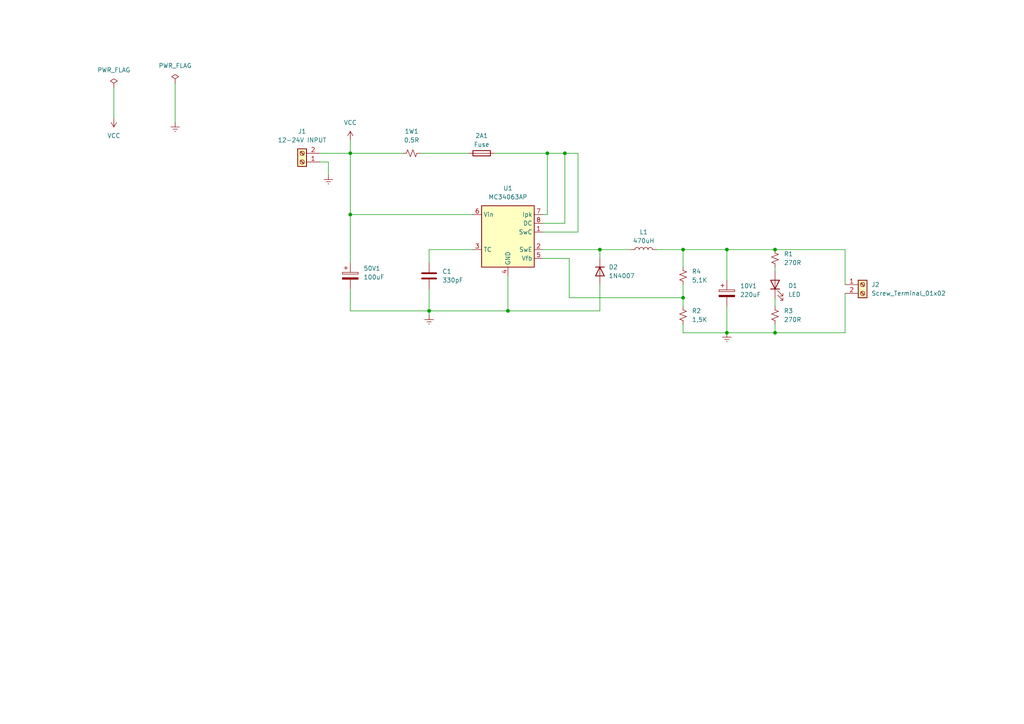
<source format=kicad_sch>
(kicad_sch (version 20230121) (generator eeschema)
  (paper "A4")
  (title_block (title "Phone Charger Module for Car ") (date "12.03.2023 ") (rev "1.0") (company "by Muxtar_Safarov"))
  (lib_symbols
    (symbol "Connector:Screw_Terminal_01x02" (pin_names (offset 1.016) hide)
      (property "Reference" "J" (at 0 2.54 0))
      (property "Value" "Screw_Terminal_01x02" (at 0 -5.08 0))
      (symbol "Screw_Terminal_01x02_1_1"
        (rectangle (start -1.27 1.27) (end 1.27 -3.81) (stroke (width 0.254)) (fill (type background)))
        (circle (center 0 -2.54) (radius 0.635) (stroke (width 0.1524)))
        (polyline (pts (xy -0.5334 -2.2098) (xy 0.3302 -3.048)) (stroke (width 0.1524)))
        (polyline (pts (xy -0.5334 0.3302) (xy 0.3302 -0.508)) (stroke (width 0.1524)))
        (polyline (pts (xy -0.3556 -2.032) (xy 0.508 -2.8702)) (stroke (width 0.1524)))
        (polyline (pts (xy -0.3556 0.508) (xy 0.508 -0.3302)) (stroke (width 0.1524)))
        (circle (center 0 0) (radius 0.635) (stroke (width 0.1524)))
        (pin passive line (at -5.08 0 0) (length 3.81) (name "Pin_1") (number "1"))
        (pin passive line (at -5.08 -2.54 0) (length 3.81) (name "Pin_2") (number "2"))
      )
    )
    (symbol "Device:C" (pin_numbers hide) (pin_names (offset 0.254))
      (property "Reference" "C" (at 0.635 2.54 0))
      (property "Value" "C" (at 0.635 -2.54 0))
      (symbol "C_0_1"
        (polyline (pts (xy -2.032 -0.762) (xy 2.032 -0.762)) (stroke (width 0.508)))
        (polyline (pts (xy -2.032 0.762) (xy 2.032 0.762)) (stroke (width 0.508)))
      )
      (symbol "C_1_1"
        (pin passive line (at 0 3.81 270) (length 2.794) (name "~") (number "1"))
        (pin passive line (at 0 -3.81 90) (length 2.794) (name "~") (number "2"))
      )
    )
    (symbol "Device:C_Polarized" (pin_numbers hide) (pin_names (offset 0.254))
      (property "Reference" "C" (at 0.635 2.54 0))
      (property "Value" "C_Polarized" (at 0.635 -2.54 0))
      (symbol "C_Polarized_0_1"
        (rectangle (start -2.286 0.508) (end 2.286 1.016))
        (polyline (pts (xy -1.778 2.286) (xy -0.762 2.286)))
        (polyline (pts (xy -1.27 2.794) (xy -1.27 1.778)))
        (rectangle (start 2.286 -0.508) (end -2.286 -1.016) (fill (type outline)))
      )
      (symbol "C_Polarized_1_1"
        (pin passive line (at 0 3.81 270) (length 2.794) (name "~") (number "1"))
        (pin passive line (at 0 -3.81 90) (length 2.794) (name "~") (number "2"))
      )
    )
    (symbol "Device:Fuse" (pin_numbers hide) (pin_names (offset 0))
      (property "Reference" "F" (at 2.032 0 90))
      (property "Value" "Fuse" (at -1.905 0 90))
      (symbol "Fuse_0_1"
        (rectangle (start -0.762 -2.54) (end 0.762 2.54) (stroke (width 0.254)))
        (polyline (pts (xy 0 2.54) (xy 0 -2.54)))
      )
      (symbol "Fuse_1_1"
        (pin passive line (at 0 3.81 270) (length 1.27) (name "~") (number "1"))
        (pin passive line (at 0 -3.81 90) (length 1.27) (name "~") (number "2"))
      )
    )
    (symbol "Device:L" (pin_numbers hide) (pin_names (offset 1.016) hide)
      (property "Reference" "L" (at -1.27 0 90))
      (property "Value" "L" (at 1.905 0 90))
      (symbol "L_0_1"
        (arc (start 0 -2.54) (mid 0.6323 -1.905) (end 0 -1.27))
        (arc (start 0 -1.27) (mid 0.6323 -0.635) (end 0 0))
        (arc (start 0 0) (mid 0.6323 0.635) (end 0 1.27))
        (arc (start 0 1.27) (mid 0.6323 1.905) (end 0 2.54))
      )
      (symbol "L_1_1"
        (pin passive line (at 0 3.81 270) (length 1.27) (name "1") (number "1"))
        (pin passive line (at 0 -3.81 90) (length 1.27) (name "2") (number "2"))
      )
    )
    (symbol "Device:LED" (pin_numbers hide) (pin_names (offset 1.016) hide)
      (property "Reference" "D" (at 0 2.54 0))
      (property "Value" "LED" (at 0 -2.54 0))
      (symbol "LED_0_1"
        (polyline (pts (xy -1.27 -1.27) (xy -1.27 1.27)) (stroke (width 0.254)))
        (polyline (pts (xy -1.27 0) (xy 1.27 0)))
        (polyline (pts (xy 1.27 -1.27) (xy 1.27 1.27) (xy -1.27 0) (xy 1.27 -1.27)) (stroke (width 0.254)))
        (polyline (pts (xy -3.048 -0.762) (xy -4.572 -2.286) (xy -3.81 -2.286) (xy -4.572 -2.286) (xy -4.572 -1.524)))
        (polyline (pts (xy -1.778 -0.762) (xy -3.302 -2.286) (xy -2.54 -2.286) (xy -3.302 -2.286) (xy -3.302 -1.524)))
      )
      (symbol "LED_1_1"
        (pin passive line (at -3.81 0 0) (length 2.54) (name "K") (number "1"))
        (pin passive line (at 3.81 0 180) (length 2.54) (name "A") (number "2"))
      )
    )
    (symbol "Device:R_Small_US" (pin_numbers hide) (pin_names (offset 0.254) hide)
      (property "Reference" "R" (at 0.762 0.508 0))
      (property "Value" "R_Small_US" (at 0.762 -1.016 0))
      (symbol "R_Small_US_1_1"
        (polyline (pts (xy 0 0) (xy 1.016 -0.381) (xy 0 -0.762) (xy -1.016 -1.143) (xy 0 -1.524)))
        (polyline (pts (xy 0 1.524) (xy 1.016 1.143) (xy 0 0.762) (xy -1.016 0.381) (xy 0 0)))
        (pin passive line (at 0 2.54 270) (length 1.016) (name "~") (number "1"))
        (pin passive line (at 0 -2.54 90) (length 1.016) (name "~") (number "2"))
      )
    )
    (symbol "Diode:1N4007" (pin_numbers hide) (pin_names hide)
      (property "Reference" "D" (at 0 2.54 0))
      (property "Value" "1N4007" (at 0 -2.54 0))
      (symbol "1N4007_0_1"
        (polyline (pts (xy -1.27 1.27) (xy -1.27 -1.27)) (stroke (width 0.254)))
        (polyline (pts (xy 1.27 0) (xy -1.27 0)))
        (polyline (pts (xy 1.27 1.27) (xy 1.27 -1.27) (xy -1.27 0) (xy 1.27 1.27)) (stroke (width 0.254)))
      )
      (symbol "1N4007_1_1"
        (pin passive line (at -3.81 0 0) (length 2.54) (name "K") (number "1"))
        (pin passive line (at 3.81 0 180) (length 2.54) (name "A") (number "2"))
      )
    )
    (symbol "Regulator_Switching:MC34063AP"
      (property "Reference" "U" (at -7.62 8.89 0))
      (property "Value" "MC34063AP" (at 0 8.89 0))
      (symbol "MC34063AP_0_1"
        (rectangle (start -7.62 7.62) (end 7.62 -10.16) (stroke (width 0.254)) (fill (type background)))
      )
      (symbol "MC34063AP_1_1"
        (pin open_collector line (at 10.16 0 180) (length 2.54) (name "SwC") (number "1"))
        (pin open_emitter line (at 10.16 -5.08 180) (length 2.54) (name "SwE") (number "2"))
        (pin passive line (at -10.16 -5.08 0) (length 2.54) (name "TC") (number "3"))
        (pin power_in line (at 0 -12.7 90) (length 2.54) (name "GND") (number "4"))
        (pin input line (at 10.16 -7.62 180) (length 2.54) (name "Vfb") (number "5"))
        (pin power_in line (at -10.16 5.08 0) (length 2.54) (name "Vin") (number "6"))
        (pin input line (at 10.16 5.08 180) (length 2.54) (name "Ipk") (number "7"))
        (pin open_collector line (at 10.16 2.54 180) (length 2.54) (name "DC") (number "8"))
      )
    )
    (symbol "power:Earth" (power) (pin_names (offset 0))
      (symbol "Earth_0_1"
        (polyline (pts (xy -0.635 -1.905) (xy 0.635 -1.905)))
        (polyline (pts (xy -0.127 -2.54) (xy 0.127 -2.54)))
        (polyline (pts (xy 0 -1.27) (xy 0 0)))
        (polyline (pts (xy 1.27 -1.27) (xy -1.27 -1.27)))
      )
      (symbol "Earth_1_1"
        (pin power_in line (at 0 0 270) (length 0) hide (name "Earth") (number "1"))
      )
    )
    (symbol "power:PWR_FLAG" (power) (pin_numbers hide) (pin_names (offset 0) hide)
      (property "Value" "PWR_FLAG" (at 0 3.81 0))
      (symbol "PWR_FLAG_0_0"
        (pin power_out line (at 0 0 90) (length 0) (name "pwr") (number "1"))
      )
      (symbol "PWR_FLAG_0_1"
        (polyline (pts (xy 0 0) (xy 0 1.27) (xy -1.016 1.905) (xy 0 2.54) (xy 1.016 1.905) (xy 0 1.27)))
      )
    )
    (symbol "power:VCC" (power) (pin_names (offset 0))
      (property "Value" "VCC" (at 0 3.81 0))
      (symbol "VCC_0_1"
        (polyline (pts (xy -0.762 1.27) (xy 0 2.54)))
        (polyline (pts (xy 0 0) (xy 0 2.54)))
        (polyline (pts (xy 0 2.54) (xy 0.762 1.27)))
      )
      (symbol "VCC_1_1"
        (pin power_in line (at 0 0 90) (length 0) hide (name "VCC") (number "1"))
      )
    )
  )
  (junction (at 147.32 90.17))
  (junction (at 101.6 44.45))
  (junction (at 224.79 72.39))
  (junction (at 173.99 72.39))
  (junction (at 210.82 96.52))
  (junction (at 224.79 96.52))
  (junction (at 210.82 72.39))
  (junction (at 198.12 86.36))
  (junction (at 198.12 72.39))
  (junction (at 158.75 44.45))
  (junction (at 101.6 62.23))
  (junction (at 163.83 44.45))
  (junction (at 124.46 90.17))
  (wire (pts (xy 165.1 74.93) (xy 165.1 86.36)))
  (wire (pts (xy 157.48 74.93) (xy 165.1 74.93)))
  (wire (pts (xy 33.02 25.4) (xy 33.02 34.29)))
  (wire (pts (xy 210.82 72.39) (xy 224.79 72.39)))
  (wire (pts (xy 92.71 44.45) (xy 101.6 44.45)))
  (wire (pts (xy 165.1 86.36) (xy 198.12 86.36)))
  (wire (pts (xy 198.12 93.98) (xy 198.12 96.52)))
  (wire (pts (xy 147.32 80.01) (xy 147.32 90.17)))
  (wire (pts (xy 124.46 83.82) (xy 124.46 90.17)))
  (wire (pts (xy 210.82 72.39) (xy 210.82 81.28)))
  (wire (pts (xy 101.6 62.23) (xy 101.6 76.2)))
  (wire (pts (xy 167.64 67.31) (xy 167.64 44.45)))
  (wire (pts (xy 124.46 72.39) (xy 124.46 76.2)))
  (wire (pts (xy 147.32 90.17) (xy 124.46 90.17)))
  (wire (pts (xy 157.48 62.23) (xy 158.75 62.23)))
  (wire (pts (xy 224.79 96.52) (xy 210.82 96.52)))
  (wire (pts (xy 173.99 74.93) (xy 173.99 72.39)))
  (wire (pts (xy 157.48 72.39) (xy 173.99 72.39)))
  (wire (pts (xy 245.11 72.39) (xy 224.79 72.39)))
  (wire (pts (xy 190.5 72.39) (xy 198.12 72.39)))
  (wire (pts (xy 163.83 44.45) (xy 158.75 44.45)))
  (wire (pts (xy 158.75 44.45) (xy 143.51 44.45)))
  (wire (pts (xy 101.6 44.45) (xy 101.6 62.23)))
  (wire (pts (xy 167.64 44.45) (xy 163.83 44.45)))
  (wire (pts (xy 158.75 62.23) (xy 158.75 44.45)))
  (wire (pts (xy 50.8 24.13) (xy 50.8 35.56)))
  (wire (pts (xy 198.12 86.36) (xy 198.12 88.9)))
  (wire (pts (xy 198.12 96.52) (xy 210.82 96.52)))
  (wire (pts (xy 157.48 64.77) (xy 163.83 64.77)))
  (wire (pts (xy 245.11 82.55) (xy 245.11 72.39)))
  (wire (pts (xy 137.16 72.39) (xy 124.46 72.39)))
  (wire (pts (xy 198.12 82.55) (xy 198.12 86.36)))
  (wire (pts (xy 121.92 44.45) (xy 135.89 44.45)))
  (wire (pts (xy 163.83 64.77) (xy 163.83 44.45)))
  (wire (pts (xy 224.79 77.47) (xy 224.79 78.74)))
  (wire (pts (xy 101.6 90.17) (xy 124.46 90.17)))
  (wire (pts (xy 198.12 72.39) (xy 198.12 77.47)))
  (wire (pts (xy 101.6 83.82) (xy 101.6 90.17)))
  (wire (pts (xy 124.46 90.17) (xy 124.46 91.44)))
  (wire (pts (xy 101.6 40.64) (xy 101.6 44.45)))
  (wire (pts (xy 157.48 67.31) (xy 167.64 67.31)))
  (wire (pts (xy 224.79 86.36) (xy 224.79 88.9)))
  (wire (pts (xy 245.11 85.09) (xy 245.11 96.52)))
  (wire (pts (xy 173.99 90.17) (xy 147.32 90.17)))
  (wire (pts (xy 92.71 46.99) (xy 95.25 46.99)))
  (wire (pts (xy 245.11 96.52) (xy 224.79 96.52)))
  (wire (pts (xy 173.99 82.55) (xy 173.99 90.17)))
  (wire (pts (xy 210.82 88.9) (xy 210.82 96.52)))
  (wire (pts (xy 101.6 62.23) (xy 137.16 62.23)))
  (wire (pts (xy 95.25 46.99) (xy 95.25 50.8)))
  (wire (pts (xy 198.12 72.39) (xy 210.82 72.39)))
  (wire (pts (xy 101.6 44.45) (xy 116.84 44.45)))
  (wire (pts (xy 173.99 72.39) (xy 182.88 72.39)))
  (wire (pts (xy 224.79 93.98) (xy 224.79 96.52)))
  (symbol (lib_id "Device:R_Small_US") (at 198.12 91.44 0) (unit 1)
    (property "Reference" "R2" (at 200.66 90.17 0) (effects (justify left)))
    (property "Value" "1,5K" (at 200.66 92.71 0) (effects (justify left)))
    (property "Footprint" "Resistor_THT:R_Axial_DIN0309_L9.0mm_D3.2mm_P15.24mm_Horizontal" (effects hide))
  )
  (symbol (lib_id "Device:L") (at 186.69 72.39 90) (unit 1)
    (property "Reference" "L1" (at 186.69 67.31 90))
    (property "Value" "470uH" (at 186.69 69.85 90))
    (property "Footprint" "Inductor_THT:L_Toroid_Horizontal_D12.7mm_P20.00mm_Diameter14-5mm_Amidon-T50" (effects hide))
  )
  (symbol (lib_id "Device:LED") (at 224.79 82.55 90) (unit 1)
    (property "Reference" "D1" (at 228.6 82.8675 90) (effects (justify right)))
    (property "Value" "LED" (at 228.6 85.4075 90) (effects (justify right)))
    (property "Footprint" "LED_THT:LED_D5.0mm" (effects hide))
  )
  (symbol (lib_id "Device:R_Small_US") (at 224.79 74.93 0) (unit 1)
    (property "Reference" "R1" (at 227.33 73.66 0) (effects (justify left)))
    (property "Value" "270R" (at 227.33 76.2 0) (effects (justify left)))
    (property "Footprint" "Resistor_THT:R_Axial_DIN0309_L9.0mm_D3.2mm_P15.24mm_Horizontal" (effects hide))
  )
  (symbol (lib_id "power:Earth") (at 210.82 96.52 0) (unit 1)
    (property "Reference" "#PWR04" (effects hide))
    (property "Value" "Earth" (effects hide))
  )
  (symbol (lib_id "Device:R_Small_US") (at 198.12 80.01 0) (unit 1)
    (property "Reference" "R4" (at 200.66 78.74 0) (effects (justify left)))
    (property "Value" "5,1K" (at 200.66 81.28 0) (effects (justify left)))
    (property "Footprint" "Resistor_THT:R_Axial_DIN0309_L9.0mm_D3.2mm_P15.24mm_Horizontal" (effects hide))
  )
  (symbol (lib_id "Diode:1N4007") (at 173.99 78.74 270) (unit 1)
    (property "Reference" "D2" (at 176.53 77.47 90) (effects (justify left)))
    (property "Value" "1N4007" (at 176.53 80.01 90) (effects (justify left)))
    (property "Footprint" "Diode_THT:D_DO-41_SOD81_P10.16mm_Horizontal" (effects hide))
    (property "Datasheet" "http://www.vishay.com/docs/88503/1n4001.pdf" (effects hide))
    (property "Sim.Device" "D" (effects hide))
    (property "Sim.Pins" "1=K 2=A" (effects hide))
  )
  (symbol (lib_id "Device:C_Polarized") (at 210.82 85.09 0) (unit 1)
    (property "Reference" "10V1" (at 214.63 82.931 0) (effects (justify left)))
    (property "Value" "220uF" (at 214.63 85.471 0) (effects (justify left)))
    (property "Footprint" "Capacitor_THT:CP_Radial_D13.0mm_P7.50mm" (effects hide))
  )
  (symbol (lib_id "Device:C") (at 124.46 80.01 0) (unit 1)
    (property "Reference" "C1" (at 128.27 78.74 0) (effects (justify left)))
    (property "Value" "330pF" (at 128.27 81.28 0) (effects (justify left)))
    (property "Footprint" "Capacitor_THT:C_Disc_D9.0mm_W5.0mm_P7.50mm" (effects hide))
  )
  (symbol (lib_id "Connector:Screw_Terminal_01x02") (at 87.63 46.99 180) (unit 1)
    (property "Reference" "J1" (at 87.63 38.1 0))
    (property "Value" "12-24V INPUT" (at 87.63 40.64 0))
    (property "Footprint" "TerminalBlock:TerminalBlock_bornier-2_P5.08mm" (effects hide))
  )
  (symbol (lib_id "power:Earth") (at 95.25 50.8 0) (unit 1)
    (property "Reference" "#PWR01" (effects hide))
    (property "Value" "Earth" (effects hide))
  )
  (symbol (lib_id "Device:C_Polarized") (at 101.6 80.01 0) (unit 1)
    (property "Reference" "50V1" (at 105.41 77.851 0) (effects (justify left)))
    (property "Value" "100uF" (at 105.41 80.391 0) (effects (justify left)))
    (property "Footprint" "Capacitor_THT:CP_Radial_D13.0mm_P7.50mm" (effects hide))
  )
  (symbol (lib_id "Device:R_Small_US") (at 119.38 44.45 90) (unit 1)
    (property "Reference" "1W1" (at 119.38 38.1 90))
    (property "Value" "0,5R" (at 119.38 40.64 90))
    (property "Footprint" "Resistor_THT:R_Axial_DIN0614_L14.3mm_D5.7mm_P15.24mm_Horizontal" (effects hide))
  )
  (symbol (lib_id "power:VCC") (at 101.6 40.64 0) (unit 1)
    (property "Reference" "#PWR02" (effects hide))
    (property "Value" "VCC" (at 101.6 35.56 0))
  )
  (symbol (lib_id "power:Earth") (at 124.46 91.44 0) (unit 1)
    (property "Reference" "#PWR03" (effects hide))
    (property "Value" "Earth" (effects hide))
  )
  (symbol (lib_id "power:VCC") (at 33.02 34.29 180) (unit 1)
    (property "Reference" "#PWR05" (effects hide))
    (property "Value" "VCC" (at 33.02 39.37 0))
  )
  (symbol (lib_id "power:PWR_FLAG") (at 33.02 25.4 0) (unit 1)
    (property "Reference" "#FLG01" (effects hide))
    (property "Value" "PWR_FLAG" (at 33.02 20.32 0))
  )
  (symbol (lib_id "Device:Fuse") (at 139.7 44.45 90) (unit 1)
    (property "Reference" "2A1" (at 139.7 39.37 90))
    (property "Value" "Fuse" (at 139.7 41.91 90))
    (property "Footprint" "Fuse:Fuse_Bourns_MF-RG1000" (effects hide))
  )
  (symbol (lib_id "Device:R_Small_US") (at 224.79 91.44 0) (unit 1)
    (property "Reference" "R3" (at 227.33 90.17 0) (effects (justify left)))
    (property "Value" "270R" (at 227.33 92.71 0) (effects (justify left)))
    (property "Footprint" "Resistor_THT:R_Axial_DIN0309_L9.0mm_D3.2mm_P15.24mm_Horizontal" (effects hide))
  )
  (symbol (lib_id "power:PWR_FLAG") (at 50.8 24.13 0) (unit 1)
    (property "Reference" "#FLG02" (effects hide))
    (property "Value" "PWR_FLAG" (at 50.8 19.05 0))
  )
  (symbol (lib_id "Connector:Screw_Terminal_01x02") (at 250.19 82.55 0) (unit 1)
    (property "Reference" "J2" (at 252.73 82.55 0) (effects (justify left)))
    (property "Value" "Screw_Terminal_01x02" (at 252.73 85.09 0) (effects (justify left)))
    (property "Footprint" "TerminalBlock:TerminalBlock_bornier-2_P5.08mm" (effects hide))
  )
  (symbol (lib_id "Regulator_Switching:MC34063AP") (at 147.32 67.31 0) (unit 1)
    (property "Reference" "U1" (at 147.32 54.61 0))
    (property "Value" "MC34063AP" (at 147.32 57.15 0))
    (property "Footprint" "Package_DIP:DIP-8_W7.62mm" (effects hide))
    (property "Datasheet" "http://www.onsemi.com/pub_link/Collateral/MC34063A-D.PDF" (effects hide))
  )
  (symbol (lib_id "power:Earth") (at 50.8 35.56 0) (unit 1)
    (property "Reference" "#PWR06" (effects hide))
    (property "Value" "Earth" (effects hide))
  )
)
</source>
